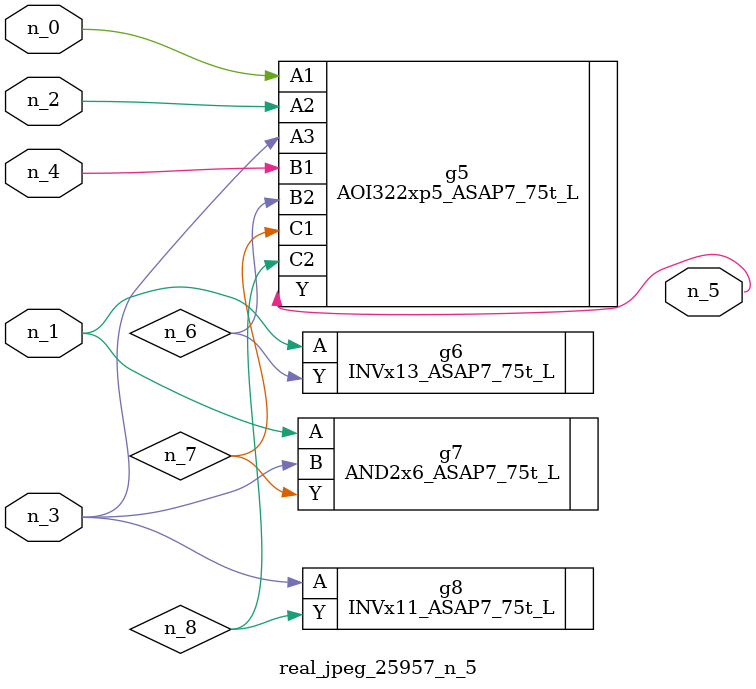
<source format=v>
module real_jpeg_25957_n_5 (n_4, n_0, n_1, n_2, n_3, n_5);

input n_4;
input n_0;
input n_1;
input n_2;
input n_3;

output n_5;

wire n_8;
wire n_6;
wire n_7;

AOI322xp5_ASAP7_75t_L g5 ( 
.A1(n_0),
.A2(n_2),
.A3(n_3),
.B1(n_4),
.B2(n_6),
.C1(n_7),
.C2(n_8),
.Y(n_5)
);

INVx13_ASAP7_75t_L g6 ( 
.A(n_1),
.Y(n_6)
);

AND2x6_ASAP7_75t_L g7 ( 
.A(n_1),
.B(n_3),
.Y(n_7)
);

INVx11_ASAP7_75t_L g8 ( 
.A(n_3),
.Y(n_8)
);


endmodule
</source>
